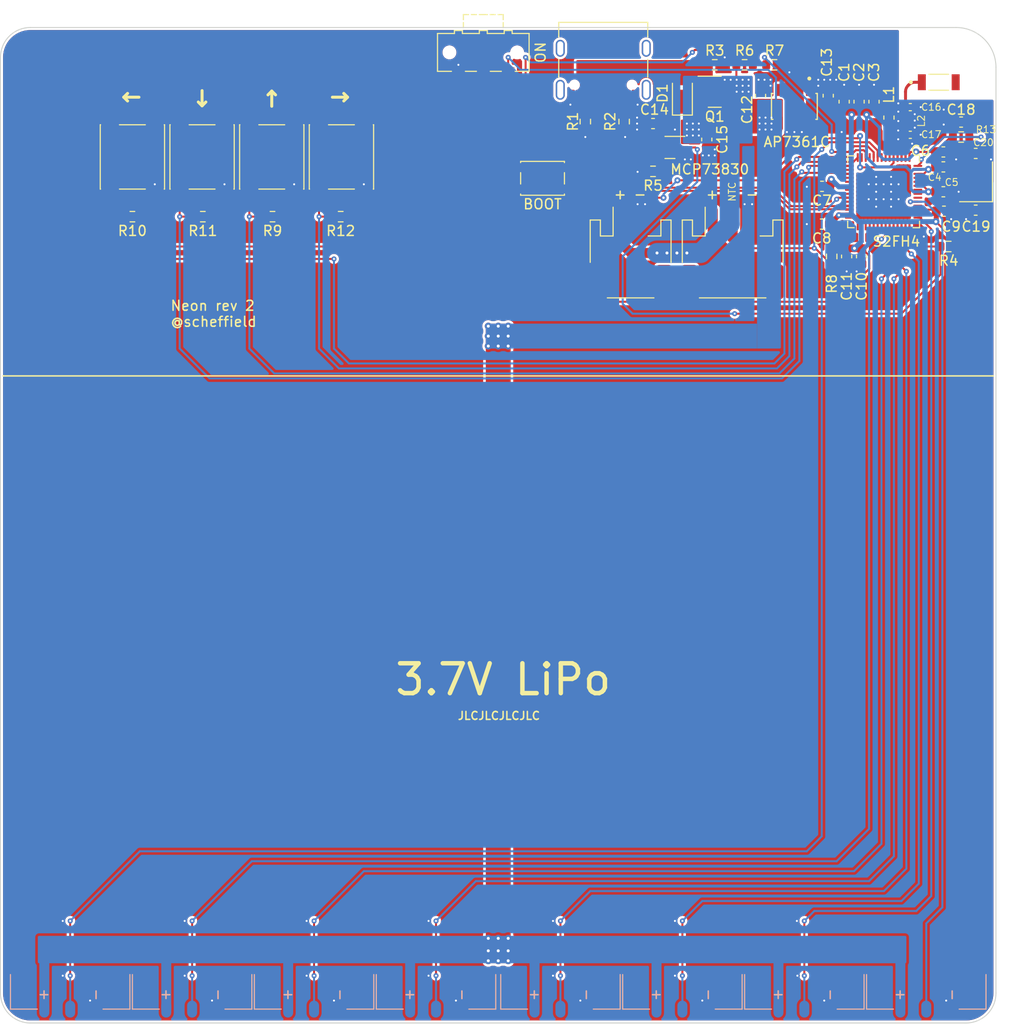
<source format=kicad_pcb>
(kicad_pcb (version 20211014) (generator pcbnew)
  (layers (0 "F.Cu" signal) (1 "In1.Cu" power) (2 "In2.Cu" power) (31 "B.Cu" signal) (34 "B.Paste" user) (35 "F.Paste" user) (36 "B.SilkS" user "B.Silkscreen") (37 "F.SilkS" user "F.Silkscreen") (38 "B.Mask" user) (39 "F.Mask" user) (44 "Edge.Cuts" user))
  (net 0 "")
  (net 1 "+3V3")
  (net 2 "GND")
  (net 3 "VD")
  (net 4 "VBUS")
  (net 5 "+BATT")
  (net 6 "Net-(C16-Pad1)")
  (net 7 "Net-(C17-Pad1)")
  (net 8 "Net-(C18-Pad1)")
  (net 9 "Net-(C19-Pad1)")
  (net 10 "Net-(C20-Pad1)")
  (net 12 "Net-(J1-PadB5)")
  (net 13 "/D_CONN+")
  (net 15 "Net-(J1-PadA5)")
  (net 17 "/D_CONN-")
  (net 18 "/NTC")
  (net 19 "/LED_IO_1")
  (net 20 "/VDD3P3")
  (net 21 "/STAT")
  (net 22 "/V_BAT")
  (net 23 "/B_UP")
  (net 24 "/B_RIGHT")
  (net 25 "/B_DOWN")
  (net 26 "/B_LEFT")
  (net 28 "/BOOT")
  (net 32 "/LED_IO_2")
  (net 33 "/LED_IO_3")
  (net 34 "/LED_IO_4")
  (net 35 "/LED_IO_5")
  (net 36 "/LED_IO_6")
  (net 37 "/LED_IO_7")
  (net 38 "/LED_IO_8")
  (net 54 "/EN")
  (net 55 "/PROG")
  (footprint "footprint:SW_SPDT_CK-JS102011SAQN" (layer "F.Cu") (at 163.75 39.25 180)
    (fp_text reference "SW1" hide)
    (fp_text value "POWER")
  )
  (footprint "footprint:JST_PH_S3B-PH-SM4-TB_1x03-1MP_P2.00mm_Horizontal" (layer "F.Cu") (at 188.8 59.4)
    (fp_text reference "J3" hide)
    (fp_text value "Conn_01x03")
  )
  (footprint "Capacitor_SMD:C_0603_1608Metric" (layer "F.Cu") (at 211.75 46.25 180)
    (fp_text reference "C18")
    (fp_text value "1u")
  )
  (footprint "Resistor_SMD:R_0603_1608Metric" (layer "F.Cu") (at 142.575 55.75 180)
    (fp_text reference "R9")
    (fp_text value "10k")
  )
  (footprint "Resistor_SMD:R_0603_1608Metric" (layer "F.Cu") (at 211.75 47.75)
    (fp_text reference "R13")
    (fp_text value "10k")
  )
  (footprint "Capacitor_SMD:C_0603_1608Metric" (layer "F.Cu") (at 209.965 53.25)
    (fp_text reference "C5")
    (fp_text value "1u")
  )
  (footprint "Capacitor_SMD:C_0603_1608Metric" (layer "F.Cu") (at 180.8 46.4 180)
    (fp_text reference "C14")
    (fp_text value "4.7u")
  )
  (footprint "Capacitor_SMD:C_0603_1608Metric" (layer "F.Cu") (at 213.215 49.4)
    (fp_text reference "C20")
    (fp_text value "18p")
  )
  (footprint "Capacitor_SMD:C_0603_1608Metric" (layer "F.Cu") (at 209.965 49.25)
    (fp_text reference "C6")
    (fp_text value ".1u")
  )
  (footprint "footprint:JST_PH_S2B-PH-SM4-TB_1x02-1MP_P2.00mm_Horizontal" (layer "F.Cu") (at 178.55 59.4)
    (fp_text reference "J2" hide)
    (fp_text value "Conn_01x02")
  )
  (footprint "Capacitor_SMD:C_0603_1608Metric" (layer "F.Cu") (at 198.4 43.6 -90)
    (fp_text reference "C13")
    (fp_text value "10u")
  )
  (footprint "Package_TO_SOT_SMD:SOT-23" (layer "F.Cu") (at 187 43.2)
    (fp_text reference "Q1")
    (fp_text value "DMP2045UQ")
  )
  (footprint "footprint:SW_SPST_PTS815" (layer "F.Cu") (at 169.7 51.9)
    (fp_text reference "SW6" hide)
    (fp_text value "BOOT")
  )
  (footprint "Resistor_SMD:R_0603_1608Metric" (layer "F.Cu") (at 193 40.5)
    (fp_text reference "R7")
    (fp_text value "100k")
  )
  (footprint "Inductor_SMD:L_0402_1005Metric" (layer "F.Cu") (at 206.165 46.14 -90)
    (fp_text reference "L2")
    (fp_text value "0Ohm")
  )
  (footprint "Resistor_SMD:R_0603_1608Metric" (layer "F.Cu") (at 149.425 55.75 180)
    (fp_text reference "R12")
    (fp_text value "10k")
  )
  (footprint "Resistor_SMD:R_0603_1608Metric" (layer "F.Cu") (at 198.75 59.75 -90)
    (fp_text reference "R8")
    (fp_text value "10k")
  )
  (footprint "Button_Switch_SMD:SW_SPST_PTS645" (layer "F.Cu") (at 128.5 49.75 90)
    (fp_text reference "SW3" hide)
    (fp_text value "RIGHT")
  )
  (footprint "Button_Switch_SMD:SW_SPST_PTS645" (layer "F.Cu") (at 149.5 49.75 90)
    (fp_text reference "SW5" hide)
    (fp_text value "LEFT")
  )
  (footprint "Button_Switch_SMD:SW_SPST_PTS645" (layer "F.Cu") (at 142.5 49.75 90)
    (fp_text reference "SW2" hide)
    (fp_text value "DOWN")
  )
  (footprint "Resistor_SMD:R_0603_1608Metric" (layer "F.Cu") (at 180.8 51.2 180)
    (fp_text reference "R5")
    (fp_text value "1k")
  )
  (footprint "Capacitor_SMD:C_0603_1608Metric" (layer "F.Cu") (at 186.2 48 -90)
    (fp_text reference "C15")
    (fp_text value "4.7u")
  )
  (footprint "Capacitor_SMD:C_0603_1608Metric" (layer "F.Cu") (at 191.6 43.6 -90)
    (fp_text reference "C12")
    (fp_text value "10u")
  )
  (footprint "Resistor_SMD:R_0603_1608Metric" (layer "F.Cu") (at 210.5 58.75 180)
    (fp_text reference "R4")
    (fp_text value "10k")
  )
  (footprint "Resistor_SMD:R_0603_1608Metric" (layer "F.Cu") (at 187 40.5)
    (fp_text reference "R3")
    (fp_text value "100k")
  )
  (footprint "Capacitor_SMD:C_0603_1608Metric" (layer "F.Cu") (at 209.965 50.75)
    (fp_text reference "C4")
    (fp_text value "100p")
  )
  (footprint "Diode_SMD:D_PowerDI-123" (layer "F.Cu") (at 183.75 43.35 90)
    (fp_text reference "D1")
    (fp_text value "3A")
  )
  (footprint "Capacitor_SMD:C_0603_1608Metric" (layer "F.Cu") (at 200.25 59.75 -90)
    (fp_text reference "C11")
    (fp_text value "1u")
  )
  (footprint "Capacitor_SMD:C_0603_1608Metric" (layer "F.Cu") (at 201.75 59.75 -90)
    (fp_text reference "C10")
    (fp_text value ".1u")
  )
  (footprint "Capacitor_SMD:C_0402_1005Metric" (layer "F.Cu") (at 206.645 44.75)
    (fp_text reference "C16")
    (fp_text value "TBC")
  )
  (footprint "Capacitor_SMD:C_0603_1608Metric" (layer "F.Cu") (at 197.775 52.705 180)
    (fp_text reference "C7")
    (fp_text value ".1u")
  )
  (footprint "Capacitor_SMD:C_0402_1005Metric" (layer "F.Cu") (at 206.645 47.53)
    (fp_text reference "C17")
    (fp_text value "TBC")
  )
  (footprint "Resistor_SMD:R_0603_1608Metric" (layer "F.Cu") (at 190 40.5)
    (fp_text reference "R6")
    (fp_text value "100k")
  )
  (footprint "footprint:XDCR_2450AT18B100E" (layer "F.Cu") (at 209.5 42.25)
    (fp_text reference "E1" hide)
    (fp_text value "2450AT18B100E")
  )
  (footprint "Capacitor_SMD:C_0603_1608Metric" (layer "F.Cu") (at 203 44.2 90)
    (fp_text reference "C3")
    (fp_text value ".1u")
  )
  (footprint "Capacitor_SMD:C_0603_1608Metric" (layer "F.Cu") (at 197.75 56.5 180)
    (fp_text reference "C8")
    (fp_text value ".1u")
  )
  (footprint "footprint:Crystal_SMD_3225-4Pin_3.2x2.5mm" (layer "F.Cu") (at 213.25 52.25 90)
    (fp_text reference "Y1" hide)
    (fp_text value "40M")
  )
  (footprint "footprint:USB_C_Receptacle_Palconn_UTC16-G" (layer "F.Cu") (at 175.8 41.075 180)
    (fp_text reference "J1" hide)
    (fp_text value "USB_C_Receptacle_USB2.0")
  )
  (footprint "Resistor_SMD:R_0603_1608Metric" (layer "F.Cu") (at 135.575 55.75 180)
    (fp_text reference "R11")
    (fp_text value "10k")
  )
  (footprint "Capacitor_SMD:C_0603_1608Metric" (layer "F.Cu") (at 200 44.2 90)
    (fp_text reference "C1")
    (fp_text value "10u")
  )
  (footprint "Capacitor_SMD:C_0603_1608Metric" (layer "F.Cu") (at 213.215 55.1 180)
    (fp_text reference "C19")
    (fp_text value "18p")
  )
  (footprint "Resistor_SMD:R_0603_1608Metric" (layer "F.Cu") (at 177.9 46.2 -90)
    (fp_text reference "R2")
    (fp_text value "5.1k")
  )
  (footprint "footprint:ESP32-S2" (layer "F.Cu") (at 203.965 53.25 -90)
    (fp_text reference "U3" hide)
    (fp_text value "ESP32_S2")
  )
  (footprint "Capacitor_SMD:C_0603_1608Metric" (layer "F.Cu") (at 201.5 44.2 90)
    (fp_text reference "C2")
    (fp_text value "1u")
  )
  (footprint "Resistor_SMD:R_0603_1608Metric" (layer "F.Cu") (at 128.5 55.75 180)
    (fp_text reference "R10")
    (fp_text value "10k")
  )
  (footprint "Resistor_SMD:R_0603_1608Metric" (layer "F.Cu") (at 174 46.2 -90)
    (fp_text reference "R1")
    (fp_text value "5.1k")
  )
  (footprint "Capacitor_SMD:C_0603_1608Metric" (layer "F.Cu") (at 210.025 55.205)
    (fp_text reference "C9")
    (fp_text value ".1u")
  )
  (footprint "Inductor_SMD:L_0603_1608Metric" (layer "F.Cu") (at 204.5 45.8 -90)
    (fp_text reference "L1")
    (fp_text value "2.2n")
  )
  (footprint "Button_Switch_SMD:SW_SPST_PTS645" (layer "F.Cu") (at 135.5 49.75 90)
    (fp_text reference "SW4" hide)
    (fp_text value "UP")
  )
  (footprint "footprint:TDFN-6-1EP_2x2mm_P0.5mm_EP0.6x1.6mm" (layer "F.Cu") (at 183 48.8 180)
    (fp_text reference "U2" hide)
    (fp_text value "MCP73830")
  )
  (footprint "footprint:CONV_AL8861Y-13_SOT89-5" (layer "F.Cu") (at 195 44.675 -90)
    (fp_text reference "U1" hide)
    (fp_text value "AP7361C-xxY5")
  )
  (footprint "footprint:LED_strip" (layer "B.Cu") (at 183.75 135.358 -90)
    (fp_text reference "J6" hide)
    (fp_text value "LED")
  )
  (footprint "footprint:LED_strip" (layer "B.Cu") (at 134.5 135.358 -90)
    (fp_text reference "J10" hide)
    (fp_text value "LED")
  )
  (footprint "footprint:LED_strip" (layer "B.Cu") (at 146.75 135.358 -90)
    (fp_text reference "J9" hide)
    (fp_text value "LED")
  )
  (footprint "footprint:LED_strip" (layer "B.Cu") (at 159 135.358 -90)
    (fp_text reference "J8" hide)
    (fp_text value "LED")
  )
  (footprint "footprint:LED_strip" (layer "B.Cu") (at 122.25 135.358 -90)
    (fp_text reference "J11" hide)
    (fp_text value "LED")
  )
  (footprint "footprint:LED_strip" (layer "B.Cu") (at 196 135.358 -90)
    (fp_text reference "J5" hide)
    (fp_text value "LED")
  )
  (footprint "footprint:LED_strip" (layer "B.Cu") (at 171.5 135.358 -90)
    (fp_text reference "J7" hide)
    (fp_text value "LED")
  )
  (footprint "footprint:LED_strip" (layer "B.Cu") (at 208.25 135.358 -90)
    (fp_text reference "J4" hide)
    (fp_text value "LED")
  )
  (gr_line (start 115.5 71.75) (end 215 71.75) (layer "F.SilkS") (width 0.15))
  (gr_line (start 118.25 36.75) (end 211.25 36.75) (layer "Edge.Cuts") (width 0.1))
  (gr_line (start 115.25 133.75) (end 115.25 39.75) (layer "Edge.Cuts") (width 0.1))
  (gr_arc (start 118.25 136.75) (mid 116.12868 135.87132) (end 115.25 133.75) (layer "Edge.Cuts") (width 0.1))
  (gr_arc (start 211.25 36.75) (mid 214.078427 37.921573) (end 215.25 40.75) (layer "Edge.Cuts") (width 0.1))
  (gr_arc (start 115.25 39.75) (mid 116.12868 37.62868) (end 118.25 36.75) (layer "Edge.Cuts") (width 0.1))
  (gr_arc (start 215.25 133.75) (mid 214.37132 135.87132) (end 212.25 136.75) (layer "Edge.Cuts") (width 0.1))
  (gr_line (start 215.25 40.75) (end 215.25 133.75) (layer "Edge.Cuts") (width 0.1))
  (gr_line (start 212.25 136.75) (end 118.25 136.75) (layer "Edge.Cuts") (width 0.1))
  (gr_text "+" (at 177.5 53.5) (layer "F.SilkS") (effects (font (size 1 1))))
  (gr_text "-" (at 179.5 53.5) (layer "F.SilkS") (effects (font (size 1 1))))
  (gr_text "-" (at 190.75 53.5) (layer "F.SilkS") (effects (font (size 1 1))))
  (gr_text "↑" (at 128.25 43.75 90) (layer "F.SilkS") (effects (font (size 2 2) (thickness 0.3))))
  (gr_text "Neon rev 2\n@scheffield" (at 132.25 65.5) (layer "F.SilkS") (effects (font (size 1 1)) (justify left)))
  (gr_text "↑" (at 142.5 43.75) (layer "F.SilkS") (effects (font (size 2 2) (thickness 0.3))))
  (gr_text "+" (at 186.75 53.5) (layer "F.SilkS") (effects (font (size 1 1))))
  (gr_text "BOOT" (at 169.7 54.5) (layer "F.SilkS") (effects (font (size 1 1))))
  (gr_text "ON" (at 169.5 39.25 90) (layer "F.SilkS") (effects (font (size 1 1))))
  (gr_text "S2FH4" (at 205.25 58.25) (layer "F.SilkS") (effects (font (size 1 1))))
  (gr_text "↑" (at 149.5 43.75 270) (layer "F.SilkS") (effects (font (size 2 2) (thickness 0.3))))
  (gr_text "3.7V LiPo" (at 165.75 102.25) (layer "F.SilkS") (effects (font (size 3 3) (thickness 0.45))))
  (gr_text "JLCJLCJLCJLC" (at 165.32 105.89) (layer "F.SilkS") (effects (font (size 0.8 0.8))))
  (gr_text "NTC" (at 188.75 53.25 90) (layer "F.SilkS") (effects (font (size 0.7 0.7) (thickness 0.1))))
  (gr_text "AP7361C" (at 195.25 48.25) (layer "F.SilkS") (effects (font (size 1 1))))
  (gr_text "MCP73830" (at 186.5 51) (layer "F.SilkS") (effects (font (size 1 1))))
  (gr_text "↑" (at 135.5 44 180) (layer "F.SilkS") (effects (font (size 2 2) (thickness 0.3))))
  (segment (start 198.75 58.925) (end 200.2 58.925) (width 0.2) (layer "F.Cu") (net 1))
  (segment (start 129.325 57.102127) (end 130.972873 58.75) (width 0.2) (layer "F.Cu") (net 1))
  (segment (start 207.4025 55.05) (end 209.095 55.05) (width 0.2) (layer "F.Cu") (net 1))
  (segment (start 208.465 53.180705) (end 208.465 53.25) (width 0.2) (layer "F.Cu") (net 1))
  (segment (start 209.095 55.05) (end 209.25 55.205) (width 0.2) (layer "F.Cu") (net 1))
  (segment (start 200.275 58.93) (end 201.035 58.93) (width 0.75) (layer "F.Cu") (net 1))
  (segment (start 208.015 51.45) (end 208.465 51) (width 0.2) (layer "F.Cu") (net 1))
  (segment (start 198.55 52.165) (end 198.715 52) (width 0.5) (layer "F.Cu") (net 1))
  (segment (start 202.52452 59.67952) (end 201.775 58.93) (width 0.2) (layer "F.Cu") (net 1))
  (segment (start 208.3895 51) (end 209 51) (width 0.3) (layer "F.Cu") (net 1))
  (segment (start 143.4 55.75) (end 143.4 57.9) (width 0.2) (layer "F.Cu") (net 1))
  (segment (start 209.25 53.25) (end 208.465 53.25) (width 0.3) (layer "F.Cu") (net 1))
  (segment (start 199.20048 64.29952) (end 202.52452 60.97548) (width 0.2) (layer "F.Cu") (net 1))
  (segment (start 150.25 57.25) (end 151.75 58.75) (width 0.2) (layer "F.Cu") (net 1))
  (segment (start 201.035 58.93) (end 201.775 58.93) (width 0.75) (layer "F.Cu") (net 1))
  (segment (start 136.4 55.75) (end 136.4 57.65) (width 0.2) (layer "F.Cu") (net 1))
  (segment (start 129.325 55.75) (end 129.325 57.102127) (width 0.2) (layer "F.Cu") (net 1))
  (segment (start 130.972873 58.75) (end 137.5 58.75) (width 0.2) (layer "F.Cu") (net 1))
  (segment (start 200.2 58.925) (end 200.25 58.975) (width 0.2) (layer "F.Cu") (net 1))
  (segment (start 198.57165 56.5) (end 199.465 55.60665) (width 0.5) (layer "F.Cu") (net 1))
  (segment (start 206.565 49.4) (end 206.715 49.25) (width 0.2) (layer "F.Cu") (net 1))
  (segment (start 199.62165 55.45) (end 199.465 55.60665) (width 0.2) (layer "F.Cu") (net 1))
  (segment (start 198.465 52.62) (end 198.55 52.705) (width 0.5) (layer "F.Cu") (net 1))
  (segment (start 151.75 58.75) (end 155.25 58.75) (width 0.2) (layer "F.Cu") (net 1))
  (segment (start 198.605 52.65) (end 198.55 52.705) (width 0.2) (layer "F.Cu") (net 1))
  (segment (start 201.765 56.6875) (end 201.765 58.92) (width 0.2) (layer "F.Cu") (net 1))
  (segment (start 201.765 58.92) (end 201.775 58.93) (width 0.2) (layer "F.Cu") (net 1))
  (segment (start 210.925 47.75) (end 210.69 47.75) (width 0.2) (layer "F.Cu") (net 1))
  (segment (start 202.52452 60.97548) (end 202.52452 59.67952) (width 0.2) (layer "F.Cu") (net 1))
  (segment (start 143.4 57.9) (end 144.25 58.75) (width 0.2) (layer "F.Cu") (net 1))
  (segment (start 136.4 57.65) (end 137.5 58.75) (width 0.2) (layer "F.Cu") (net 1))
  (segment (start 155.25 58.75) (end 160.79952 64.29952) (width 0.2) (layer "F.Cu") (net 1))
  (segment (start 200.5275 55.45) (end 199.62165 55.45) (width 0.2) (layer "F.Cu") (net 1))
  (segment (start 198.525 56.5) (end 198.57165 56.5) (width 0.5) (layer "F.Cu") (net 1))
  (segment (start 137.5 58.75) (end 144.25 58.75) (width 0.2) (layer "F.Cu") (net 1))
  (segment (start 211.25 58.75) (end 211.25 58.285) (width 0.2) (layer "F.Cu") (net 1))
  (segment (start 210.69 47.75) (end 209.19 49.25) (width 0.2) (layer "F.Cu") (net 1))
  (segment (start 206.715 49.25) (end 207.215 49.25) (width 0.2) (layer "F.Cu") (net 1))
  (segment (start 144.25 58.75) (end 151.75 58.75) (width 0.2) (layer "F.Cu") (net 1))
  (segment (start 209.19 49.25) (end 207.215 49.25) (width 0.2) (layer "F.Cu") (net 1))
  (segment (start 211.25 58.285) (end 209.215 56.25) (width 0.2) (layer "F.Cu") (net 1))
  (segment (start 206.565 49.8125) (end 206.565 49.4) (width 0.2) (layer "F.Cu") (net 1))
  (segment (start 207.4025 51.45) (end 208.015 51.45) (width 0.2) (layer "F.Cu") (net 1))
  (segment (start 198.55 52.705) (end 198.55 52.165) (width 0.5) (layer "F.Cu") (net 1))
  (segment (start 207.934295 52.65) (end 208.465 53.180705) (width 0.2) (layer "F.Cu") (net 1))
  (segment (start 209.25 55.205) (end 209.25 56.215) (width 0.5) (layer "F.Cu") (net 1))
  (segment (start 160.79952 64.29952) (end 199.20048 64.29952) (width 0.2) (layer "F.Cu") (net 1))
  (segment (start 150.25 55.75) (end 150.25 57.25) (width 0.2) (layer "F.Cu") (net 1))
  (segment (start 209.25 56.215) (end 209.215 56.25) (width 0.5) (layer "F.Cu") (net 1))
  (segment (start 209 51) (end 209.25 50.75) (width 0.3) (layer "F.Cu") (net 1))
  (segment (start 207.4025 52.65) (end 207.934295 52.65) (width 0.2) (layer "F.Cu") (net 1))
  (segment (start 200.5275 52.65) (end 198.605 52.65) (width 0.2) (layer "F.Cu") (net 1))
  (via (at 209.215 56.25) (size 0.7) (drill 0.3) (layers "F.Cu" "B.Cu") (net 1))
  (via (at 207.215 49.25) (size 0.7) (drill 0.3) (layers "F.Cu" "B.Cu") (net 1))
  (via (at 208.465 53.25) (size 0.7) (drill 0.3) (layers "F.Cu" "B.Cu") (net 1))
  (via (at 201.035 58.93) (size 0.7) (drill 0.3) (layers "F.Cu" "B.Cu") (net 1))
  (via (at 202.25 45.5) (size 0.7) (drill 0.3) (layers "F.Cu" "B.Cu") (net 1))
  (via (at 199.465 55.60665) (size 0.6) (drill 0.25) (layers "F.Cu" "B.Cu") (net 1))
  (via (at 200.75 45.5) (size 0.7) (drill 0.3) (layers "F.Cu" "B.Cu") (net 1))
  (via (at 198.715 52) (size 0.7) (drill 0.3) (layers "F.Cu" "B.Cu") (net 1))
  (via (at 208.465 51) (size 0.7) (drill 0.3) (layers "F.Cu" "B.Cu") (net 1))
  (segment (start 206.715 51.25) (end 206.965 51) (width 0.3) (layer "B.Cu") (net 1))
  (segment (start 203.536564 46.786564) (end 203.536564 49.571564) (width 0.3) (layer "B.Cu") (net 1))
  (segment (start 206.965 53.25) (end 206.715 53) (width 0.3) (layer "B.Cu") (net 1))
  (segment (start 201.715 56.25) (end 201.715 58.25) (width 0.5) (layer "B.Cu") (net 1))
  (segment (start 206.715 53) (end 206.715 51.25) (width 0.3) (layer "B.Cu") (net 1))
  (segment (start 201.715 56.25) (end 201.465 56.25) (width 0.5) (layer "B.Cu") (net 1))
  (segment (start 202.25 49.785) (end 203.215 50.75) (width 0.3) (layer "B.Cu") (net 1))
  (segment (start 203.965 50) (end 206.465 50) (width 0.3) (layer "B.Cu") (net 1))
  (segment (start 201.715 58.25) (end 201.035 58.93) (width 0.5) (layer "B.Cu") (net 1))
  (segment (start 200.715 52.75) (end 199.465 52.75) (width 0.5) (layer "B.Cu") (net 1))
  (segment (start 206.215 50.75) (end 206.715 51.25) (width 0.3) (layer "B.Cu") (net 1))
  (segment (start 201.1575 55.9425) (end 200.715 55.5) (width 0.5) (layer "B.Cu") (net 1))
  (segment (start 203.215 50.75) (end 206.215 50.75) (width 0.3) (layer "B.Cu") (net 1))
  (segment (start 201.465 56.25) (end 201.1575 55.9425) (width 0.5) (layer "B.Cu") (net 1))
  (segment (start 206.465 50) (end 207.215 49.25) (width 0.3) (layer "B.Cu") (net 1))
  (segment (start 200.75 45.5) (end 200.715 45.535) (width 0.5) (layer "B.Cu") (net 1))
  (segment (start 200.715 45.535) (end 200.715 52.75) (width 0.5) (layer "B.Cu") (net 1))
  (segment (start 198.715 52) (end 199.465 52.75) (width 0.5) (layer "B.Cu") (net 1))
  (segment (start 202.25 45.5) (end 202.25 49.785) (width 0.3) (layer "B.Cu") (net 1))
  (segment (start 206.965 51) (end 208.3895 51) (width 0.3) (layer "B.Cu") (net 1))
  (segment (start 202.25 45.5) (end 203.536564 46.786564) (width 0.3) (layer "B.Cu") (net 1))
  (segment (start 199.465 55.60665) (end 200.82165 55.60665) (width 0.5) (layer "B.Cu") (net 1))
  (segment (start 209.215 56.25) (end 201.715 56.25) (width 0.5) (layer "B.Cu") (net 1))
  (segment (start 208.465 53.25) (end 206.965 53.25) (width 0.3) (layer "B.Cu") (net 1))
  (segment (start 200.82165 55.60665) (end 201.1575 55.9425) (width 0.5) (layer "B.Cu") (net 1))
  (segment (start 203.536564 49.571564) (end 203.965 50) (width 0.3) (layer "B.Cu") (net 1))
  (segment (start 200.715 55.5) (end 200.715 52.75) (width 0.5) (layer "B.Cu") (net 1))
  (via (at 210 45) (size 0.5) (drill 0.2) (layers "F.Cu" "B.Cu") (net 2))
  (via (at 170.75 132) (size 0.5) (drill 0.2) (layers "F.Cu" "B.Cu") (net 2))
  (via (at 208 57.75) (size 0.5) (drill 0.2) (layers "F.Cu" "B.Cu") (net 2))
  (via (at 205.43 47.1) (size 0.5) (drill 0.2) (layers "F.Cu" "B.Cu") (net 2))
  (via (at 151.75 52.5) (size 0.5) (drill 0.2) (layers "F.Cu" "B.Cu") (net 2))
  (via (at 185.8 49.6) (size 0.5) (drill 0.2) (layers "F.Cu" "B.Cu") (net 2))
  (via (at 158.25 126.5) (size 0.5) (drill 0.2) (layers "F.Cu" "B.Cu") (net 2))
  (via (at 184.6 50) (size 0.5) (drill 0.2) (layers "F.Cu" "B.Cu") (net 2))
  (via (at 174 47.75) (size 0.5) (drill 0.2) (layers "F.Cu" "B.Cu") (net 2))
  (via (at 133.75 126.5) (size 0.5) (drill 0.2) (layers "F.Cu" "B.Cu") (net 2))
  (via (at 161.25 40.5) (size 0.5) (drill 0.2) (layers "F.Cu" "B.Cu") (net 2))
  (via (at 178 47.75) (size 0.5) (drill 0.2) (layers "F.Cu" "B.Cu") (net 2))
  (via (at 197.4 42.6) (size 0.5) (drill 0.2) (layers "F.Cu" "B.Cu") (net 2))
  (via (at 201.5 42.5) (size 0.5) (drill 0.2) (layers "F.Cu" "B.Cu") (net 2))
  (via (at 184 50) (size 0.5) (drill 0.2) (layers "F.Cu" "B.Cu") (net 2))
  (via (at 179.2 46.4) (size 0.5) (drill 0.2) (layers "F.Cu" "B.Cu") (net 2))
  (via (at 199.75 47.25) (size 0.5) (drill 0.2) (layers "F.Cu" "B.Cu") (net 2))
  (via (at 183 47) (size 0.5) (drill 0.2) (layers "F.Cu" "B.Cu") (net 2))
  (via (at 195.75 47.25) (size 0.5) (drill 0.2) (layers "F.Cu" "B.Cu") (net 2))
  (via (at 207.09 46.1) (size 0.5) (drill 0.2) (layers "F.Cu" "B.Cu") (net 2))
  (via (at 146 132) (size 0.5) (drill 0.2) (layers "F.Cu" "B.Cu") (net 2))
  (via (at 195 47.25) (size 0.5) (drill 0.2) (layers "F.Cu" "B.Cu") (net 2))
  (via (at 148.75 134.5) (size 0.5) (drill 0.2) (layers "F.Cu" "B.Cu") (net 2))
  (via (at 203 42.5) (size 0.5) (drill 0.2) (layers "F.Cu" "B.Cu") (net 2))
  (via (at 186.4 49.6) (size 0.5) (drill 0.2) (layers "F.Cu" "B.Cu") (net 2))
  (via (at 172.5 44.5) (size 0.5) (drill 0.2) (layers "F.Cu" "B.Cu") (net 2))
  (via (at 214.75 50) (size 0.5) (drill 0.2) (layers "F.Cu" "B.Cu") (net 2))
  (via (at 201.25 61.25) (size 0.5) (drill 0.2) (layers "F.Cu" "B.Cu") (net 2))
  (via (at 161 134.5) (size 0.5) (drill 0.2) (layers "F.Cu" "B.Cu") (net 2))
  (via (at 207.09 46.81) (size 0.5) (drill 0.2) (layers "F.Cu" "B.Cu") (net 2))
  (via (at 194.25 47.25) (size 0.5) (drill 0.2) (layers "F.Cu" "B.Cu") (net 2))
  (via (at 207.68 47.52) (size 0.5) (drill 0.2) (layers "F.Cu" "B.Cu") (net 2))
  (via (at 211.25 50) (size 0.5) (drill 0.2) (layers "F.Cu" "B.Cu") (net 2))
  (via (at 192 42) (size 0.5) (drill 0.2) (layers "F.Cu" "B.Cu") (net 2))
  (via (at 173.5 134.5) (size 0.5) (drill 0.2) (layers "F.Cu" "B.Cu") (net 2))
  (via (at 188 39.75) (size 0.5) (drill 0.2) (layers "F.Cu" "B.Cu") (net 2))
  (via (at 179.2 47) (size 0.5) (drill 0.2) (layers "F.Cu" "B.Cu") (net 2))
  (via (at 206.83 48.42) (size 0.5) (drill 0.2) (layers "F.Cu" "B.Cu") (net 2))
  (via (at 195.300497 132) (size 0.5) (drill 0.2) (layers "F.Cu" "B.Cu") (net 2))
  (via (at 210.25 134.5) (size 0.5) (drill 0.2) (layers "F.Cu" "B.Cu") (net 2))
  (via (at 199.2 42) (size 0.5) (drill 0.2) (layers "F.Cu" "B.Cu") (net 2))
  (via (at 158.25 132) (size 0.5) (drill 0.2) (layers "F.Cu" "B.Cu") (net 2))
  (via (at 198.6 42) (size 0.5) (drill 0.2) (layers "F.Cu" "B.Cu") (net 2))
  (via (at 183 132) (size 0.5) (drill 0.2) (layers "F.Cu" "B.Cu") (net 2))
  (via (at 185.75 134.5) (size 0.5) (drill 0.2) (layers "F.Cu" "B.Cu") (net 2))
  (via (at 198 134.5) (size 0.5) (drill 0.2) (layers "F.Cu" "B.Cu") (net 2))
  (via (at 196.25 52.75) (size 0.5) (drill 0.2) (layers "F.Cu" "B.Cu") (net 2))
  (via (at 210 46.5) (size 0.5) (drill 0.2) (layers "F.Cu" "B.Cu") (net 2))
  (via (at 207.09 45.46) (size 0.5) (drill 0.2) (layers "F.Cu" "B.Cu") (net 2))
  (via (at 179.25 44.5) (size 0.5) (drill 0.2) (layers "F.Cu" "B.Cu") (net 2))
  (via (at 205.44 45.2) (size 0.5) (drill 0.2) (layers "F.Cu" "B.Cu") (net 2))
  (via (at 179.2 45.8) (size 0.5) (drill 0.2) (layers "F.Cu" "B.Cu") (net 2))
  (via (at 194.5 41.25) (size 0.5) (drill 0.2) (layers "F.Cu" "B.Cu") (net 2))
  (via (at 197.4 42) (size 0.5) (drill 0.2) (layers "F.Cu" "B.Cu") (net 2))
  (via (at 130.75 52.5) (size 0.5) (drill 0.2) (layers "F.Cu" "B.Cu") (net 2))
  (via (at 137.75 52.5) (size 0.5) (drill 0.2) (layers "F.Cu" "B.Cu") (net 2))
  (via (at 196.25 56.5) (size 0.5) (drill 0.2) (layers "F.Cu" "B.Cu") (net 2))
  (via (at 187 49.6) (size 0.5) (drill 0.2) (layers "F.Cu" "B.Cu") (net 2))
  (via (at 211.5 53.25) (size 0.5) (drill 0.2) (layers "F.Cu" "B.Cu") (net 2))
  (via (at 198 42) (size 0.5) (drill 0.2) (layers "F.Cu" "B.Cu") (net 2))
  (via (at 170.75 126.5) (size 0.5) (drill 0.2) (layers "F.Cu" "B.Cu") (net 2))
  (via (at 210.75 56) (size 0.5) (drill 0.2) (layers "F.Cu" "B.Cu") (net 2))
  (via (at 124.25 134.5) (size 0.5) (drill 0.2) (layers "F.Cu" "B.Cu") (net 2))
  (via (at 191.4 42) (size 0.5) (drill 0.2) (layers "F.Cu" "B.Cu") (net 2))
  (via (at 144.75 52.5) (size 0.5) (drill 0.2) (layers "F.Cu" "B.Cu") (net 2))
  (via (at 195.25 126.5) (size 0.5) (drill 0.2) (layers "F.Cu" "B.Cu") (net 2))
  (via (at 180 54.5) (size 0.5) (drill 0.2) (layers "F.Cu" "B.Cu") (net 2))
  (via (at 187 49) (size 0.5) (drill 0.2) (layers "F.Cu" "B.Cu") (net 2))
  (via (at 190 54.5) (size 0.5) (drill 0.2) (layers "F.Cu" "B.Cu") (net 2))
  (via (at 179.25 54.5) (size 0.5) (drill 0.2) (layers "F.Cu" "B.Cu") (net 2))
  (via (at 200 42.5) (size 0.5) (drill 0.2) (layers "F.Cu" "B.Cu") (net 2))
  (via (at 121.5 126.5) (size 0.5) (drill 0.2) (layers "F.Cu" "B.Cu") (net 2))
  (via (at 146 126.5) (size 0.5) (drill 0.2) (layers "F.Cu" "B.Cu") (net 2))
  (via (at 183 126.5) (size 0.5) (drill 0.2) (layers "F.Cu" "B.Cu") (net 2))
  (via (at 192.6 42) (size 0.5) (drill 0.2) (layers "F.Cu" "B.Cu") (net 2))
  (via (at 207.69 44.75) (size 0.5) (drill 0.2) (layers "F.Cu" "B.Cu") (net 2))
  (via (at 205.43 47.98) (size 0.5) (drill 0.2) (layers "F.Cu" "B.Cu") (net 2))
  (via (at 205.44 46.15) (size 0.5) (drill 0.2) (layers "F.Cu" "B.Cu") (net 2))
  (via (at 190.75 54.5) (size 0.5) (drill 0.2) (layers "F.Cu" "B.Cu") (net 2))
  (via (at 212.25 56) (size 0.5) (drill 0.2) (layers "F.Cu" "B.Cu") (net 2))
  (via (at 133.75 132) (size 0.5) (drill 0.2) (layers "F.Cu" "B.Cu") (net 2))
  (via (at 205.44 44.37) (size 0.5) (drill 0.2) (layers "F.Cu" "B.Cu") (net 2))
  (via (at 136.5 134.5) (size 0.5) (drill 0.2) (layers "F.Cu" "B.Cu") (net 2))
  (via (at 192.6 42.6) (size 0.5) (drill 0.2) (layers "F.Cu" "B.Cu") (net 2))
  (via (at 121.5 132) (size 0.5) (drill 0.2) (layers "F.Cu" "B.Cu") (net 2))
  (via (at 200.25 61.25) (size 0.5) (drill 0.2) (layers "F.Cu" "B.Cu") (net 2))
  (via (at 179.25 51.25) (size 0.5) (drill 0.2) (layers "F.Cu" "B.Cu") (net 2))
  (segment (start 166.25 39.75) (end 166.25 41.75) (width 0.2) (layer "F.Cu") (net 3))
  (via (at 166.25 129.5) (size 0.7) (drill 0.3) (layers "F.Cu" "B.Cu") (net 3))
  (via (at 164.25 128.25) (size 0.7) (drill 0.3) (layers "F.Cu" "B.Cu") (net 3))
  (via (at 192.1 47) (size 0.5) (drill 0.2) (layers "F.Cu" "B.Cu") (net 3))
  (via (at 164.25 129.5) (size 0.7) (drill 0.3) (layers "F.Cu" "B.Cu") (net 3))
  (via (at 166.25 128.25) (size 0.7) (drill 0.3) (layers "F.Cu" "B.Cu") (net 3))
  (via (at 164.25 68.75) (size 0.7) (drill 0.3) (layers "F.Cu" "B.Cu") (net 3))
  (via (at 164.25 130.5) (size 0.7) (drill 0.3) (layers "F.Cu" "B.Cu") (net 3))
  (via (at 164.25 66.75) (size 0.7) (drill 0.3) (layers "F.Cu" "B.Cu") (net 3))
  (via (at 192.1 46.4) (size 0.5) (drill 0.2) (layers "F.Cu" "B.Cu") (net 3))
  (via (at 191.5 47) (size 0.5) (drill 0.2) (layers "F.Cu" "B.Cu") (net 3))
  (via (at 191.5 46.4) (size 0.5) (drill 0.2) (layers "F.Cu" "B.Cu") (net 3))
  (via (at 164.25 67.75) (size 0.7) (drill 0.3) (layers "F.Cu" "B.Cu") (net 3))
  (via (at 166.25 67.75) (size 0.7) (drill 0.3) (layers "F.Cu" "B.Cu") (net 3))
  (via (at 192.7 47) (size 0.5) (drill 0.2) (layers "F.Cu" "B.Cu") (net 3))
  (via (at 166.25 130.5) (size 0.7) (drill 0.3) (layers "F.Cu" "B.Cu") (net 3))
  (via (at 166.25 66.75) (size 0.7) (drill 0.3) (layers "F.Cu" "B.Cu") (net 3))
  (via (at 165.25 130.5) (size 0.7) (drill 0.3) (layers "F.Cu" "B.Cu") (net 3))
  (via (at 192.7 45.8) (size 0.5) (drill 0.2) (layers "F.Cu" "B.Cu") (net 3))
  (via (at 191.5 45.8) (size 0.5) (drill 0.2) (layers "F.Cu" "B.Cu") (net 3))
  (via (at 192.7 46.4) (size 0.5) (drill 0.2) (layers "F.Cu" "B.Cu") (net 3))
  (via (at 165.25 66.75) (size 0.7) (drill 0.3) (layers "F.Cu" "B.Cu") (net 3))
  (via (at 192.1 45.8) (size 0.5) (drill 0.2) (layers "F.Cu" "B.Cu") (net 3))
  (via (at 166.25 68.75) (size 0.7) (drill 0.3) (layers "F.Cu" "B.Cu") (net 3))
  (via (at 165.25 129.5) (size 0.7) (drill 0.3) (layers "F.Cu" "B.Cu") (net 3))
  (via (at 165.25 67.75) (size 0.7) (drill 0.3) (layers "F.Cu" "B.Cu") (net 3))
  (via (at 165.25 128.25) (size 0.7) (drill 0.3) (layers "F.Cu" "B.Cu") (net 3))
  (via (at 166.25 39.75) (size 0.5) (drill 0.2) (layers "F.Cu" "B.Cu") (net 3))
  (via (at 165.25 68.75) (size 0.7) (drill 0.3) (layers "F.Cu" "B.Cu") (net 3))
  (segment (start 167.5 41) (end 166.25 39.75) (width 0.2) (layer "B.Cu") (net 3))
  (segment (start 193.149511 41.772384) (end 192.377127 41) (width 0.2) (layer "B.Cu") (net 3))
  (segment (start 192.377127 41) (end 167.5 41) (width 0.2) (layer "B.Cu") (net 3))
  (segment (start 181.15 135.358) (end 181.15 129.9) (width 1) (layer "B.Cu") (net 3))
  (segment (start 156.4 135.358) (end 156.4 129.6) (width 1) (layer "B.Cu") (net 3))
  (segment (start 193.4 135.358) (end 193.4 129.9) (width 1) (layer "B.Cu") (net 3))
  (segment (start 192.7 45.8) (end 193.149511 45.350489) (width 0.2) (layer "B.Cu") (net 3))
  (segment (start 119.65 135.358) (end 119.65 129.85) (width 1) (layer "B.Cu") (net 3))
  (segment (start 131.9 135.358) (end 131.9 129.85) (width 1) (layer "B.Cu") (net 3))
  (segment (start 168.9 135.358) (end 168.9 129.65) (width 1) (layer "B.Cu") (net 3))
  (segment (start 205.65 135.358) (end 205.65 129.9) (width 1) (layer "B.Cu") (net 3))
  (segment (start 144.15 135.358) (end 144.15 129.85) (width 1) (layer "B.Cu") (net 3))
  (segment (start 193.149511 45.350489) (end 193.149511 41.772384) (width 0.2) (layer "B.Cu") (net 3))
  (segment (start 186.8 58.2) (end 186.8 56.55) (width 1) (layer "F.Cu") (net 5))
  (segment (start 177.55 56.55) (end 177.55 58.35) (width 1) (layer "F.Cu") (net 5))
  (segment (start 185.6 59.4) (end 186.8 58.2) (width 1) (layer "F.Cu") (net 5))
  (segment (start 189.175 40.5) (end 189.175 41.975) (width 0.2) (layer "F.Cu") (net 5))
  (segment (start 181.2 59.4) (end 181.8 59.4) (width 1) (layer "F.Cu") (net 5))
  (segment (start 189.175 41.975) (end 189.2 42) (width 0.2) (layer "F.Cu") (net 5))
  (segment (start 184.2 59.4) (end 185.6 59.4) (width 1) (layer "F.Cu") (net 5))
  (segment (start 178.6 59.4) (end 181.2 59.4) (width 1) (layer "F.Cu") (net 5))
  (segment (start 181.8 59.4) (end 182.8 59.4) (width 1) (layer "F.Cu") (net 5))
  (segment (start 182.8 59.4) (end 184.2 59.4) (width 1) (layer "F.Cu") (net 5))
  (segment (start 177.55 58.35) (end 178.6 59.4) (width 1) (layer "F.Cu") (net 5))
  (via (at 185.4 47) (size 0.5) (drill 0.2) (layers "F.Cu" "B.Cu") (net 5))
  (via (at 185.4 47.6) (size 0.5) (drill 0.2) (layers "F.Cu" "B.Cu") (net 5))
  (via (at 182.2 59.4) (size 0.7) (drill 0.3) (layers "F.Cu" "B.Cu") (net 5))
  (via (at 188 42) (size 0.5) (drill 0.2) (layers "F.Cu" "B.Cu") (net 5))
  (via (at 188.6 42) (size 0.5) (drill 0.2) (layers "F.Cu" "B.Cu") (net 5))
  (via (at 183.2 59.4) (size 0.7) (drill 0.3) (layers "F.Cu" "B.Cu") (net 5))
  (via (at 184.8 46.4) (size 0.5) (drill 0.2) (layers "F.Cu" "B.Cu") (net 5))
  (via (at 184.2 47.6) (size 0.5) (drill 0.2) (layers "F.Cu" "B.Cu") (net 5))
  (via (at 190.4 42.6) (size 0.5) (drill 0.2) (layers "F.Cu" "B.Cu") (net 5))
  (via (at 189.8 42) (size 0.5) (drill 0.2) (layers "F.Cu" "B.Cu") (net 5))
  (via (at 184.8 47.6) (size 0.5) (drill 0.2) (layers "F.Cu" "B.Cu") (net 5))
  (via (at 189.2 42.6) (size 0.5) (drill 0.2) (layers "F.Cu" "B.Cu") (net 5))
  (via (at 181.2 59.4) (size 0.7) (drill 0.3) (layers "F.Cu" "B.Cu") (net 5))
  (via (at 189.2 42) (size 0.5) (drill 0.2) (layers "F.Cu" "B.Cu") (net 5))
  (via (at 190.4 43.2) (size 0.5) (drill 0.2) (layers "F.Cu" "B.Cu") (net 5))
  (via (at 189.8 42.6) (size 0.5) (drill 0.2) (layers "F.Cu" "B.Cu") (net 5))
  (via (at 190.4 42) (size 0.5) (drill 0.2) (layers "F.Cu" "B.Cu") (net 5))
  (via (at 184.8 47) (size 0.5) (drill 0.2) (layers "F.Cu" "B.Cu") (net 5))
  (via (at 184.2 59.4) (size 0.7) (drill 0.3) (layers "F.Cu" "B.Cu") (net 5))
  (via (at 184.2 46.4) (size 0.5) (drill 0.2) (layers "F.Cu" "B.Cu") (net 5))
  (via (at 189.2 43.2) (size 0.5) (drill 0.2) (layers "F.Cu" "B.Cu") (net 5))
  (via (at 185.4 46.4) (size 0.5) (drill 0.2) (layers "F.Cu" "B.Cu") (net 5))
  (via (at 184.2 47) (size 0.5) (drill 0.2) (layers "F.Cu" "B.Cu") (net 5))
  (via (at 189.8 43.2) (size 0.5) (drill 0.2) (layers "F.Cu" "B.Cu") (net 5))
  (segment (start 185.6 59.4) (end 188.5 56.5) (width 2) (layer "B.Cu") (net 5))
  (segment (start 181.2 59.4) (end 185.6 59.4) (width 2) (layer "B.Cu") (net 5))
  (segment (start 188.5 56.5) (end 188.5 47.45) (width 2) (layer "B.Cu") (net 5))
  (segment (start 206.165 43.207792) (end 206.165 44.75) (width 0.293) (layer "F.Cu") (net 6))
  (segment (start 206.486396 42.513604) (end 206.428604 42.571396) (width 0.293) (layer "F.Cu") (net 6))
  (segment (start 206.165 44.75) (end 206.165 45.655) (width 0.293) (layer "F.Cu") (net 6))
  (segment (start 207.8 42.25) (end 207.122792 42.25) (width 0.293) (layer "F.Cu") (net 6))
  (arc (start 206.428604 42.571396) (mid 206.233509 42.863377) (end 206.165 43.207792) (width 0.293) (layer "F.Cu") (net 6))
  (arc (start 207.122792 42.25) (mid 206.778377 42.318508) (end 206.486396 42.513604) (width 0.293) (layer "F.Cu") (net 6))
  (segment (start 206.165 49.8125) (end 206.165 48.935) (width 0.2) (layer "F.Cu") (net 7))
  (segment (start 206.165 46.625) (end 206.165 47.53) (width 0.293) (layer "F.Cu") (net 7))
  (segment (start 206.165 47.53) (end 206.165 48.935) (width 0.293) (layer "F.Cu") (net 7))
  (segment (start 212.525 47.7) (end 212.575 47.75) (width 0.2) (layer "F.Cu") (net 8))
  (segment (start 213.75 47.75) (end 212.575 47.75) (width 0.2) (layer "F.Cu") (net 8))
  (segment (start 212.525 46.25) (end 212.525 47.7) (width 0.2) (layer "F.Cu") (net 8))
  (segment (start 207.75 50.3025) (end 207.4025 50.65) (width 0.2) (layer "F.Cu") (net 8))
  (segment (start 207.75 50) (end 207.75 50.3025) (width 0.2) (layer "F.Cu") (net 8))
  (via (at 213.75 47.75) (size 0.5) (drill 0.2) (layers "F.Cu" "B.Cu") (net 8))
  (via (at 207.75 50) (size 0.5) (drill 0.2) (layers "F.Cu" "B.Cu") (net 8))
  (segment (start 213.75 47.75) (end 210 47.75) (width 0.2) (layer "B.Cu") (net 8))
  (segment (start 210 47.75) (end 207.75 50) (width 0.2) (layer "B.Cu") (net 8))
  (segment (start 214.05 52.950978) (end 214.05 53.3) (width 0.2) (layer "F.Cu") (net 9))
  (segment (start 213.349022 52.25) (end 214.05 52.950978) (width 0.2) (layer "F.Cu") (net 9))
  (segment (start 213.99 55.25) (end 213.99 53.36) (width 0.2) (layer "F.Cu") (net 9))
  (segment (start 207.4025 52.25) (end 213.349022 52.25) (width 0.2) (layer "F.Cu") (net 9))
  (segment (start 213.99 53.36) (end 214.05 53.3) (width 0.2) (layer "F.Cu") (net 9))
  (segment (start 212.45 49.41) (end 212.44 49.4) (width 0.2) (layer "F.Cu") (net 10))
  (segment (start 211.8 51.85) (end 212.45 51.2) (width 0.2) (layer "F.Cu") (net 10))
  (segment (start 212.45 51.2) (end 212.45 49.41) (width 0.2) (layer "F.Cu") (net 10))
  (segment (start 207.4025 51.85) (end 211.8 51.85) (width 0.2) (layer "F.Cu") (net 10))
  (segment (start 174.05 45.325) (end 174 45.375) (width 0.2) (layer "F.Cu") (net 12))
  (segment (start 174.05 43.585) (end 174.05 45.325) (width 0.2) (layer "F.Cu") (net 12))
  (segment (start 176.14285 50.865094) (end 176.14285 44.547851) (width 0.2) (layer "F.Cu") (net 13))
  (segment (start 176.14285 44.547851) (end 176.05 44.455001) (width 0.2) (layer "F.Cu") (net 13))
  (segment (start 200.5275 55.05) (end 200.48465 55.00715) (width 0.2) (layer "F.Cu") (net 13))
  (segment (start 178.434906 53.15715) (end 176.14285 50.865094) (width 0.2) (layer "F.Cu") (net 13))
  (segment (start 176.05 44.386189) (end 176.05 43.585) (width 0.2) (layer "F.Cu") (net 13))
  (segment (start 192.684906 53.15715) (end 178.434906 53.15715) (width 0.2) (layer "F.Cu") (net 13))
  (segment (start 175.257378 44.45) (end 175.986189 44.45) (width 0.2) (layer "F.Cu") (net 13))
  (segment (start 175.05 44.242622) (end 175.257378 44.45) (width 0.2) (layer "F.Cu") (net 13))
  (segment (start 176.05 44.455001) (end 176.05 43.585) (width 0.2) (layer "F.Cu") (net 13))
  (segment (start 200.48465 55.00715) (end 194.534906 55.00715) (width 0.2) (layer "F.Cu") (net 13))
  (segment (start 194.534906 55.00715) (end 192.684906 53.15715) (width 0.2) (layer "F.Cu") (net 13))
  (segment (start 175.05 43.585) (end 175.05 44.242622) (width 0.2) (layer "F.Cu") (net 13))
  (segment (start 175.986189 44.45) (end 176.05 44.386189) (width 0.2) (layer "F.Cu") (net 13))
  (segment (start 177.9 45.264022) (end 177.9 45.375) (width 0.2) (layer "F.Cu") (net 15))
  (segment (start 177.05 43.585) (end 177.05 44.414022) (width 0.2) (layer "F.Cu") (net 15))
  (segment (start 177.05 44.414022) (end 177.9 45.264022) (width 0.2) (layer "F.Cu") (net 15))
  (segment (start 194.665094 54.69285) (end 192.815094 52.84285) (width 0.2) (layer "F.Cu") (net 17))
  (segment (start 176.413811 42.791189) (end 176.55 42.927378) (width 0.2) (layer "F.Cu") (net 17))
  (segment (start 200.5275 54.65) (end 200.48465 54.69285) (width 0.2) (layer "F.Cu") (net 17))
  (segment (start 178.565094 52.84285) (end 176.45715 50.734906) (width 0.2) (layer "F.Cu") (net 17))
  (segment (start 176.55 42.927378) (end 176.55 43.585) (width 0.2) (layer "F.Cu") (net 17))
  (segment (start 200.48465 54.69285) (end 194.665094 54.69285) (width 0.2) (layer "F.Cu") (net 17))
  (segment (start 175.55 43.585) (end 175.55 42.805) (width 0.2) (layer "F.Cu") (net 17))
  (segment (start 192.815094 52.84285) (end 178.565094 52.84285) (width 0.2) (layer "F.Cu") (net 17))
  (segment (start 175.55 42.805) (end 175.563811 42.791189) (width 0.2) (layer "F.Cu") (net 17))
  (segment (start 176.55 44.455001) (end 176.55 43.585) (width 0.2) (layer "F.Cu") (net 17))
  (segment (start 175.563811 42.791189) (end 176.413811 42.791189) (width 0.2) (layer "F.Cu") (net 17))
  (segment (start 176.45715 50.734906) (end 176.45715 44.547851) (width 0.2) (layer "F.Cu") (net 17))
  (segment (start 176.45715 44.547851) (end 176.55 44.455001) (width 0.2) (layer "F.Cu") (net 17))
  (segment (start 188.8 57.077138) (end 188.8 56.55) (width 0.2) (layer "F.Cu") (net 18))
  (segment (start 197.1 58.925) (end 198.75 60.575) (width 0.2) (layer "F.Cu") (net 18))
  (segment (start 197 58.925) (end 197.1 58.925) (width 0.2) (layer "F.Cu") (net 18))
  (segment (start 197 58.925) (end 190.647862 58.925) (width 0.2) (layer "F.Cu") (net 18))
  (segment (start 203.365 49.8125) (end 203.365 49.115) (width 0.2) (layer "F.Cu") (net 18))
  (segment (start 198.47356 48.27644) (end 197.75 49) (width 0.2) (layer "F.Cu") (net 18))
  (segment (start 202.52644 48.27644) (end 198.47356 48.27644) (width 0.2) (layer "F.Cu") (net 18))
  (segment (start 190.647862 58.925) (end 188.8 57.077138) (width 0.2) (layer "F.Cu") (net 18))
  (segment (start 203.365 49.115) (end 202.52644 48.27644) (width 0.2) (layer "F.Cu") (net 18))
  (via (at 197 58.925) (size 0.5) (drill 0.2) (layers "F.Cu" "B.Cu") (net 18))
  (via (at 197.75 49) (size 0.5) (drill 0.2) (layers "F.Cu" "B.Cu") (net 18))
  (segment (start 197 58.925) (end 197 49.75) (width 0.2) (layer "B.Cu") (net 18))
  (segment (start 197 49.75) (end 197.75 49) (width 0.2) (layer "B.Cu") (net 18))
  (segment (start 207.4025 54.25) (end 206.658629 54.25) (width 0.2) (layer "F.Cu") (net 19))
  (segment (start 206.658629 54.25) (end 206.658584 54.250045) (width 0.2) (layer "F.Cu") (net 19))
  (via (at 206.658584 54.250045) (size 0.5) (drill 0.2) (layers "F.Cu" "B.Cu") (net 19))
  (segment (start 209.864511 55.980963) (end 209.864511 125.135489) (width 0.2) (layer "B.Cu") (net 19))
  (segment (start 208.133593 54.250045) (end 209.864511 55.980963) (width 0.2) (layer "B.Cu") (net 19))
  (segment (start 208.25 126.75) (end 208.25 135.358) (width 0.2) (layer "B.Cu") (net 19))
  (segment (start 209.864511 125.135489) (end 208.25 126.75) (width 0.2) (layer "B.Cu") (net 19))
  (segment (start 206.658584 54.250045) (end 208.133593 54.250045) (width 0.2) (layer "B.Cu") (net 19))
  (segment (start 205.765 49.8125) (end 205.765 49.165) (width 0.2) (layer "F.Cu") (net 20))
  (segment (start 205.365 49.8125) (end 205.365 49.265) (width 0.2) (layer "F.Cu") (net 20))
  (segment (start 204.5 46.5875) (end 204.5 47.9) (width 0.75) (layer "F.Cu") (net 20))
  (segment (start 204.3 48.2) (end 204.3 46.7875) (width 0.2) (layer "F.Cu") (net 20))
  (segment (start 205.765 49.165) (end 204.5 47.9) (width 0.2) (layer "F.Cu") (net 20))
  (segment (start 204.3 46.7875) (end 204.5 46.5875) (width 0.2) (layer "F.Cu") (net 20))
  (segment (start 205.365 49.265) (end 204.3 48.2) (width 0.2) (layer "F.Cu") (net 20))
  (segment (start 209.675 61.575) (end 209.675 58.75) (width 0.2) (layer "F.Cu") (net 21))
  (segment (start 209.6 58.75) (end 206.75 58.75) (width 0.2) (layer "F.Cu") (net 21))
  (segment (start 205.75 65.5) (end 209.675 61.575) (width 0.2) (layer "F.Cu") (net 21))
  (segment (start 185.05 48.8) (end 185.25 49) (width 0.2) (layer "F.Cu") (net 21))
  (segment (start 184.25 48.8) (end 185.05 48.8) (width 0.2) (layer "F.Cu") (net 21))
  (segment (start 206.565 58.565) (end 206.565 56.6875) (width 0.2) (layer "F.Cu") (net 21))
  (segment (start 206.75 58.75) (end 206.565 58.565) (width 0.2) (layer "F.Cu") (net 21))
  (segment (start 189 65.5) (end 205.75 65.5) (width 0.2) (layer "F.Cu") (net 21))
  (via (at 185.25 49) (size 0.5) (drill 0.2) (layers "F.Cu" "B.Cu") (net 21))
  (via (at 189 65.5) (size 0.5) (drill 0.2) (layers "F.Cu" "B.Cu") (net 21))
  (segment (start 185.25 49) (end 185.25 52.25) (width 0.2) (layer "B.Cu") (net 21))
  (segment (start 185.25 52.25) (end 177.75 59.75) (width 0.2) (layer "B.Cu") (net 21))
  (segment (start 177.75 64.5) (end 178.75 65.5) (width 0.2) (layer "B.Cu") (net 21))
  (segment (start 177.75 59.75) (end 177.75 64.5) (width 0.2) (layer "B.Cu") (net 21))
  (segment (start 178.75 65.5) (end 189 65.5) (width 0.2) (layer "B.Cu") (net 21))
  (segment (start 192 39.75) (end 192.175 39.925) (width 0.2) (layer "F.Cu") (net 22))
  (segment (start 198.75 49.2005) (end 198.7995 49.25) (width 0.2) (layer "F.Cu") (net 22))
  (segment (start 202.965 49.280705) (end 202.965 49.8125) (width 0.2) (layer "F.Cu") (net 22))
  (segment (start 192.175 39.925) (end 192.175 40.5) (width 0.2) (layer "F.Cu") (net 22))
  (segment (start 202.360255 48.67596) (end 202.965 49.280705) (width 0.2) (layer "F.Cu") (net 22))
  (segment (start 201.004739 48.67596) (end 202.360255 48.67596) (width 0.2) (layer "F.Cu") (net 22))
  (segment (start 190.825 40.5) (end 192.175 40.5) (width 0.2) (layer "F.Cu") (net 22))
  (segment (start 198.7995 49.25) (end 200.430699 49.25) (width 0.2) (layer "F.Cu") (net 22))
  (segment (start 200.430699 49.25) (end 201.004739 48.67596) (width 0.2) (layer "F.Cu") (net 22))
  (via (at 192 39.75) (size 0.5) (drill 0.2) (layers "F.Cu" "B.Cu") (net 22))
  (via (at 198.75 49.2005) (size 0.5) (drill 0.2) (layers "F.Cu" "B.Cu") (net 22))
  (segment (start 192 39.75) (end 198.75 46.5) (width 0.2) (layer "B.Cu") (net 22))
  (segment (start 198.75 46.5) (end 198.75 49.2005) (width 0.2) (layer "B.Cu") (net 22))
  (segment (start 196.43671 50.7995) (end 196.58621 50.65) (width 0.2) (layer "F.Cu") (net 23))
  (segment (start 196.58621 50.65) (end 200.5275 50.65) (width 0.2) (layer "F.Cu") (net 23))
  (segment (start 133.25 53.73) (end 133.25 55.75) (width 0.2) (layer "F.Cu") (net 23))
  (segment (start 133.25 55.75) (end 134.75 55.75) (width 0.2) (layer "F.Cu") (net 23))
  (via (at 196.43671 50.7995) (size 0.5) (drill 0.2) (layers "F.Cu" "B.Cu") (net 23))
  (via (at 133.25 55.75) (size 0.5) (drill 0.2) (layers "F.Cu" "B.Cu") (net 23))
  (segment (start 136.25 72) (end 133.25 69) (width 0.2) (layer "B.Cu") (net 23))
  (segment (start 195.5 52.26637) (end 195.5 70.25) (width 0.2) (layer "B.Cu") (net 23))
  (segment (start 195.5 70.25) (end 193.75 72) (width 0.2) (layer "B.Cu") (net 23))
  (segment (start 133.25 69) (end 133.25 55.75) (width 0.2) (layer "B.Cu") (net 23))
  (segment (start 193.75 72) (end 136.25 72) (width 0.2) (layer "B.Cu") (net 23))
  (segment (start 196.43671 51.32966) (end 195.5 52.26637) (width 0.2) (layer "B.Cu") (net 23))
  (segment (start 196.43671 50.7995) (end 196.43671 51.32966) (width 0.2) (layer "B.Cu") (net 23))
  (segment (start 202.165 49.280705) (end 202.165 49.8125) (width 0.2) (layer "F.Cu") (net 24))
  (segment (start 126.25 54.325) (end 127.675 55.75) (width 0.2) (layer "F.Cu") (net 24))
  (segment (start 200.495705 49.75) (end 201.170225 49.07548) (width 0.2) (layer "F.Cu") (net 24))
  (segment (start 201.959775 49.07548) (end 202.165 49.280705) (width 0.2) (layer "F.Cu") (net 24))
  (segment (start 195.472888 49.75) (end 200.495705 49.75) (width 0.2) (layer "F.Cu") (net 24))
  (segment (start 127.675 58.925) (end 127.675 55.75) (width 0.2) (layer "F.Cu") (net 24))
  (segment (start 128.75 60) (end 127.675 58.925) (width 0.2) (layer "F.Cu") (net 24))
  (segment (start 195.236444 49.986444) (end 195.472888 49.75) (width 0.2) (layer "F.Cu") (net 24))
  (segment (start 126.25 53.73) (end 126.25 54.325) (width 0.2) (layer "F.Cu") (net 24))
  (segment (start 201.170225 49.07548) (end 201.959775 49.07548) (width 0.2) (layer "F.Cu") (net 24))
  (segment (start 148.75 60) (end 128.75 60) (width 0.2) (layer "F.Cu") (net 24))
  (via (at 148.75 60) (size 0.5) (drill 0.2) (layers "F.Cu" "B.Cu") (net 24))
  (via (at 195.236444 49.986444) (size 0.5) (drill 0.2) (layers "F.Cu" "B.Cu") (net 24))
  (segment (start 148.75 60) (end 148.75 69) (width 0.2) (layer "B.Cu") (net 24))
  (segment (start 150.25 70.5) (end 193 70.5) (width 0.2) (layer "B.Cu") (net 24))
  (segment (start 194 69.5) (end 194 51.222888) (width 0.2) (layer "B.Cu") (net 24))
  (segment (start 193 70.5) (end 194 69.5) (width 0.2) (layer "B.Cu") (net 24))
  (segment (start 148.75 69) (end 150.25 70.5) (width 0.2) (layer "B.Cu") (net 24))
  (segment (start 194 51.222888) (end 195.236444 49.986444) (width 0.2) (layer "B.Cu") (net 24))
  (segment (start 199.49048 51.45) (end 200.5275 51.45) (width 0.2) (layer "F.Cu") (net 25))
  (segment (start 195.744576 51.244667) (end 195.850398 51.350489) (width 0.2) (layer "F.Cu") (net 25))
  (segment (start 195.850398 51.350489) (end 199.390969 51.350489) (width 0.2) (layer "F.Cu") (net 25))
  (segment (start 199.390969 51.350489) (end 199.49048 51.45) (width 0.2) (layer "F.Cu") (net 25))
  (segment (start 140.25 53.73) (end 140.25 55.75) (width 0.2) (layer "F.Cu") (net 25))
  (segment (start 140.25 55.75) (end 141.75 55.75) (width 0.2) (layer "F.Cu") (net 25))
  (via (at 140.25 55.75) (size 0.5) (drill 0.2) (layers "F.Cu" "B.Cu") (net 25))
  (via (at 195.744576 51.244667) (size 0.5) (drill 0.2) (layers "F.Cu" "B.Cu") (net 25))
  (segment (start 195.744576 51.244667) (end 195 51.989243) (width 0.2) (layer "B.Cu") (net 25))
  (segment (start 195 51.989243) (end 195 70) (width 0.2) (layer "B.Cu") (net 25))
  (segment (start 193.5 71.5) (end 142.75 71.5) (width 0.2) (layer "B.Cu") (net 25))
  (segment (start 195 70) (end 193.5 71.5) (width 0.2) (layer "B.Cu") (net 25))
  (segment (start 142.75 71.5) (end 140.25 69) (width 0.2) (layer "B.Cu") (net 25))
  (segment (start 140.25 69) (end 140.25 55.75) (width 0.2) (layer "B.Cu") (net 25))
  (segment (start 200.9275 50.25) (end 201.365 49.8125) (width 0.2) (layer "F.Cu") (net 26))
  (segment (start 147.25 53.73) (end 147.25 55.75) (width 0.2) (layer "F.Cu") (net 26))
  (segment (start 195.25 50.75) (end 195.75 50.25) (width 0.2) (layer "F.Cu") (net 26))
  (segment (start 195.75 50.25) (end 200.9275 50.25) (width 0.2) (layer "F.Cu") (net 26))
  (segment (start 147.25 55.75) (end 148.6 55.75) (width 0.2) (layer "F.Cu") (net 26))
  (via (at 147.25 55.75) (size 0.5) (drill 0.2) (layers "F.Cu" "B.Cu") (net 26))
  (via (at 195.25 50.75) (size 0.5) (drill 0.2) (layers "F.Cu" "B.Cu") (net 26))
  (segment (start 194.5 51.5) (end 195.25 50.75) (width 0.2) (layer "B.Cu") (net 26))
  (segment (start 147.25 69) (end 149.25 71) (width 0.2) (layer "B.Cu") (net 26))
  (segment (start 193.25 71) (end 194.5 69.75) (width 0.2) (layer "B.Cu") (net 26))
  (segment (start 194.5 69.75) (end 194.5 51.5) (width 0.2) (layer "B.Cu") (net 26))
  (segment (start 147.25 55.75) (end 147.25 69) (width 0.2) (layer "B.Cu") (net 26))
  (segment (start 149.25 71) (end 193.25 71) (width 0.2) (layer "B.Cu") (net 26))
  (segment (start 181.85 53.85) (end 174.975 53.85) (width 0.2) (layer "F.Cu") (net 28))
  (segment (start 201.37308 47.87692) (end 196.32308 47.87692) (width 0.2) (layer "F.Cu") (net 28))
  (segment (start 204.965 49.8125) (end 204.965 50.344295) (width 0.2) (layer "F.Cu") (net 28))
  (segment (start 196.32308 47.87692) (end 192.1 52.1) (width 0.2) (layer "F.Cu") (net 28))
  (segment (start 204.509295 50.8) (end 201.6 50.8) (width 0.2) (layer "F.Cu") (net 28))
  (segment (start 201.6 47.65) (end 201.37308 47.87692) (width 0.2) (layer "F.Cu") (net 28))
  (segment (start 192.1 52.1) (end 183.25 52.1) (width 0.2) (layer "F.Cu") (net 28))
  (segment (start 204.965 50.344295) (end 204.509295 50.8) (width 0.2) (layer "F.Cu") (net 28))
  (segment (start 174.975 53.85) (end 171.95 50.825) (width 0.2) (layer "F.Cu") (net 28))
  (via (at 201.6 47.65) (size 0.6) (drill 0.25) (layers "F.Cu" "B.Cu") (net 28))
  (via (at 181.85 53.85) (size 0.6) (drill 0.25) (layers "F.Cu" "B.Cu") (net 28))
  (via (at 201.6 50.8) (size 0.6) (drill 0.25) (layers "F.Cu" "B.Cu") (net 28))
  (via (at 183.25 52.1) (size 0.6) (drill 0.25) (layers "F.Cu" "B.Cu") (net 28))
  (segment (start 201.6 50.8) (end 201.6 47.65) (width 0.2) (layer "B.Cu") (net 28))
  (segment (start 181.85 53.5) (end 181.85 53.85) (width 0.2) (layer "B.Cu") (net 28))
  (segment (start 183.25 52.1) (end 181.85 53.5) (width 0.2) (layer "B.Cu") (net 28))
  (segment (start 207.6 55.85) (end 208.75 57) (width 0.2) (layer "F.Cu") (net 32))
  (segment (start 208.75 57) (end 208.75 57.25) (width 0.2) (layer "F.Cu") (net 32))
  (segment (start 196 126.5) (end 196 132) (width 0.2) (layer "F.Cu") (net 32))
  (segment (start 207.4025 55.85) (end 207.6 55.85) (width 0.2) (layer "F.Cu") (net 32))
  (via (at 196 132) (size 0.5) (drill 0.2) (layers "F.Cu" "B.Cu") (net 32))
  (via (at 196 126.5) (size 0.5) (drill 0.2) (layers "F.Cu" "B.Cu") (net 32))
  (via (at 208.75 57.25) (size 0.5) (drill 0.2) (layers "F.Cu" "B.Cu") (net 32))
  (segment (start 196 132) (end 196 135.358) (width 0.2) (layer "B.Cu") (net 32))
  (segment (start 197 125.5) (end 196 126.5) (width 0.2) (layer "B.Cu") (net 32))
  (segment (start 208.75 124) (end 207.5 125.25) (width 0.2) (layer "B.Cu") (net 32))
  (segment (start 207.5 125.25) (end 207.25 125.5) (width 0.2) (layer "B.Cu") (net 32))
  (segment (start 208.75 57.25) (end 208.75 124) (width 0.2) (layer "B.Cu") (net 32))
  (segment (start 207.25 125.5) (end 197 125.5) (width 0.2) (layer "B.Cu") (net 32))
  (segment (start 206.75 59.5) (end 206.165 58.915) (width 0.2) (layer "F.Cu") (net 33))
  (segment (start 206.165 58.915) (end 206.165 56.6875) (width 0.2) (layer "F.Cu") (net 33))
  (segment (start 183.75 126.5) (end 183.75 132) (width 0.2) (layer "F.Cu") (net 33))
  (via (at 183.75 132) (size 0.5) (drill 0.2) (layers "F.Cu" "B.Cu") (net 33))
  (via (at 206.75 59.5) (size 0.5) (drill 0.2) (layers "F.Cu" "B.Cu") (net 33))
  (via (at 183.75 126.5) (size 0.5) (drill 0.2) (layers "F.Cu" "B.Cu") (net 33))
  (segment (start 207.5 122.75) (end 205.75 124.5) (width 0.2) (layer "B.Cu") (net 33))
  (segment (start 183.75 132) (end 183.75 135.358) (width 0.2) (layer "B.Cu") (net 33))
  (segment (start 185.75 124.5) (end 183.75 126.5) (width 0.2) (layer "B.Cu") (net 33))
  (segment (start 205.75 124.5) (end 185.75 124.5) (width 0.2) (layer "B.Cu") (net 33))
  (segment (start 207.5 60.25) (end 207.5 122.75) (width 0.2) (layer "B.Cu") (net 33))
  (segment (start 206.75 59.5) (end 207.5 60.25) (width 0.2) (layer "B.Cu") (net 33))
  (segment (start 171.5 126.5) (end 171.5 132) (width 0.2) (layer "F.Cu") (net 34))
  (segment (start 205.765 60.765) (end 206.25 61.25) (width 0.2) (layer "F.Cu") (net 34))
  (segment (start 205.765 56.6875) (end 205.765 60.765) (width 0.2) (layer "F.Cu") (net 34))
  (via (at 206.25 61.25) (size 0.5) (drill 0.2) (layers "F.Cu" "B.Cu") (net 34))
  (via (at 171.5 126.5) (size 0.5) (drill 0.2) (layers "F.Cu" "B.Cu") (net 34))
  (via (at 171.5 132) (size 0.5) (drill 0.2) (layers "F.Cu" "B.Cu") (net 34))
  (segment (start 204 123.5) (end 174.5 123.5) (width 0.2) (layer "B.Cu") (net 34))
  (segment (start 206.25 121.25) (end 204 123.5) (width 0.2) (layer "B.Cu") (net 34))
  (segment (start 171.5 135.358) (end 171.5 132) (width 0.2) (layer "B.Cu") (net 34))
  (segment (start 174.5 123.5) (end 171.5 126.5) (width 0.2) (layer "B.Cu") (net 34))
  (segment (start 206.25 61.25) (end 206.25 121.25) (width 0.2) (layer "B.Cu") (net 34))
  (segment (start 159 126.5) (end 159 132) (width 0.2) (layer "F.Cu") (net 35))
  (segment (start 205.365 56.6875) (end 205.365 61.635) (width 0.2) (layer "F.Cu") (net 35))
  (segment (start 205.365 61.635) (end 205 62) (width 0.2) (layer "F.Cu") (net 35))
  (via (at 159 132) (size 0.5) (drill 0.2) (layers "F.Cu" "B.Cu") (net 35))
  (via (at 159 126.5) (size 0.5) (drill 0.2) (layers "F.Cu" "B.Cu") (net 35))
  (via (at 205 62) (size 0.5) (drill 0.2) (layers "F.Cu" "B.Cu") (net 35))
  (segment (start 205 120) (end 202.5 122.5) (width 0.2) (layer "B.Cu") (net 35))
  (segment (start 205 62) (end 205 120) (width 0.2) (layer "B.Cu") (net 35))
  (segment (start 159 132) (end 159 135.358) (width 0.2) (layer "B.Cu") (net 35))
  (segment (start 163 122.5) (end 159 126.5) (width 0.2) (layer "B.Cu") (net 35))
  (segment (start 202.5 122.5) (end 163 122.5) (width 0.2) (layer "B.Cu") (net 35))
  (segment (start 204.965 56.6875) (end 204.965 60.785) (width 0.2) (layer "F.Cu") (net 36))
  (segment (start 146.75 126.5) (end 146.75 132) (width 0.2) (layer "F.Cu") (net 36))
  (segment (start 204.965 60.785) (end 203.75 62) (width 0.2) (layer "F.Cu") (net 36))
  (via (at 203.75 62) (size 0.5) (drill 0.2) (layers "F.Cu" "B.Cu") (net 36))
  (via (at 146.75 126.5) (size 0.5) (drill 0.2) (layers "F.Cu" "B.Cu") (net 36))
  (via (at 146.75 132) (size 0.5) (drill 0.2) (layers "F.Cu" "B.Cu") (net 36))
  (segment (start 201 121.5) (end 151.75 121.5) (width 0.2) (layer "B.Cu") (net 36))
  (segment (start 203.75 118.75) (end 201 121.5) (width 0.2) (layer "B.Cu") (net 36))
  (segment (start 203.75 62) (end 203.75 118.75) (width 0.2) (layer "B.Cu") (net 36))
  (segment (start 146.75 132) (end 146.75 135.358) (width 0.2) (layer "B.Cu") (net 36))
  (segment (start 151.75 121.5) (end 146.75 126.5) (width 0.2) (layer "B.Cu") (net 36))
  (segment (start 204.565 57.219295) (end 204.565 56.6875) (width 0.2) (layer "F.Cu") (net 37))
  (segment (start 134.5 132) (end 134.5 126.5) (width 0.2) (layer "F.Cu") (net 37))
  (segment (start 203.75 58) (end 203.784295 58) (width 0.2) (layer "F.Cu") (net 37))
  (segment (start 203.784295 58) (end 204.565 57.219295) (width 0.2) (layer "F.Cu") (net 37))
  (via (at 203.75 58) (size 0.5) (drill 0.2) (layers "F.Cu" "B.Cu") (net 37))
  (via (at 134.5 126.5) (size 0.5) (drill 0.2) (layers "F.Cu" "B.Cu") (net 37))
  (via (at 134.5 132) (size 0.5) (drill 0.2) (layers "F.Cu" "B.Cu") (net 37))
  (segment (start 140.5 120.5) (end 199.25 120.5) (width 0.2) (layer "B.Cu") (net 37))
  (segment (start 134.5 135.358) (end 134.5 132) (width 0.2) (layer "B.Cu") (net 37))
  (segment (start 202.5 117.25) (end 202.5 59.25) (width 0.2) (layer "B.Cu") (net 37))
  (segment (start 199.25 120.5) (end 202.5 117.25) (width 0.2) (layer "B.Cu") (net 37))
  (segment (start 202.5 59.25) (end 203.75 58) (width 0.2) (layer "B.Cu") (net 37))
  (segment (start 134.5 126.5) (end 140.5 120.5) (width 0.2) (layer "B.Cu") (net 37))
  (segment (start 122.25 126.5) (end 122.25 132) (width 0.2) (layer "F.Cu") (net 38))
  (segment (start 199.4 53.85) (end 199.25 54) (width 0.2) (layer "F.Cu") (net 38))
  (segment (start 200.5275 53.85) (end 199.4 53.85) (width 0.2) (layer "F.Cu") (net 38))
  (via (at 199.25 54) (size 0.5) (drill 0.2) (layers "F.Cu" "B.Cu") (net 38))
  (via (at 122.25 126.5) (size 0.5) (drill 0.2) (layers "F.Cu" "B.Cu") (net 38))
  (via (at 122.25 132) (size 0.5) (drill 0.2) (layers "F.Cu" "B.Cu") (net 38))
  (segment (start 196.25 119.5) (end 129.25 119.5) (width 0.2) (layer "B.Cu") (net 38))
  (segment (start 129.25 119.5) (end 122.25 126.5) (width 0.2) (layer "B.Cu") (net 38))
  (segment (start 197.75 55.5) (end 197.75 118) (width 0.2) (layer "B.Cu") (net 38))
  (segment (start 122.25 132) (end 122.25 135.358) (width 0.2) (layer "B.Cu") (net 38))
  (segment (start 197.75 118) (end 196.25 119.5) (width 0.2) (layer "B.Cu") (net 38))
  (segment (start 199.25 54) (end 197.75 55.5) (width 0.2) (layer "B.Cu") (net 38))
  (segment (start 185 39) (end 184.75 39.25) (width 0.2) (layer "F.Cu") (net 54))
  (segment (start 163.75 44.25) (end 163.75 41.75) (width 0.2) (layer "F.Cu") (net 54))
  (segment (start 196.5 43.025) (end 196.5 41.993573) (width 0.2) (layer "F.Cu") (net 54))
  (segment (start 196.5 41.993573) (end 193.506427 39) (width 0.2) (layer "F.Cu") (net 54))
  (segment (start 193.506427 39) (end 185 39) (width 0.2) (layer "F.Cu") (net 54))
  (segment (start 168 44.5) (end 167.25 45.25) (width 0.2) (layer "F.Cu") (net 54))
  (segment (start 167.25 45.25) (end 164.75 45.25) (width 0.2) (layer "F.Cu") (net 54))
  (segment (start 168 39.75) (end 168 44.5) (width 0.2) (layer "F.Cu") (net 54))
  (segment (start 164.75 45.25) (end 163.75 44.25) (width 0.2) (layer "F.Cu") (net 54))
  (via (at 168 39.75) (size 0.5) (drill 0.2) (layers "F.Cu" "B.Cu") (net 54))
  (via (at 184.75 39.25) (size 0.5) (drill 0.2) (layers "F.Cu" "B.Cu") (net 54))
  (segment (start 184.75 39.25) (end 183.75 40.25) (width 0.2) (layer "B.Cu") (net 54))
  (segment (start 168.5 40.25) (end 168 39.75) (width 0.2) (layer "B.Cu") (net 54))
  (segment (start 183.75 40.25) (end 168.5 40.25) (width 0.2) (layer "B.Cu") (net 54))
  (zone (net 5) (net_name "+BATT") (layer "F.Cu") (priority 1) (connect_pads yes (clearance 0.254)) (min_thickness 0.254) (fill yes (thermal_gap 0.508) (thermal_bridge_width 0.508))
    (polygon (pts (xy 190.8 43.6) (xy 187.2 43.6) (xy 187.2 41.6) (xy 190.8 41.6)))
  )
  (zone (net 5) (net_name "+BATT") (layer "F.Cu") (priority 1) (connect_pads yes (clearance 0.2)) (min_thickness 0.2) (fill yes (thermal_gap 0.508) (thermal_bridge_width 0.508))
    (polygon (pts (xy 187 48.1) (xy 186 48.1) (xy 185.5 48.5) (xy 183.6 48.5) (xy 183.6 46) (xy 187 46)))
  )
  (zone (net 4) (net_name "VBUS") (layer "F.Cu") (priority 1) (connect_pads yes (clearance 0.2)) (min_thickness 0.2) (fill yes (thermal_gap 0.508) (thermal_bridge_width 0.508))
    (polygon (pts (xy 182.4 48.5) (xy 180.8 48.5) (xy 180.8 42.55) (xy 182.4 42.55)))
  )
  (zone (net 1) (net_name "+3V3") (layer "F.Cu") (priority 1) (connect_pads yes (clearance 0.254)) (min_thickness 0.254) (fill yes (thermal_gap 0.508) (thermal_bridge_width 0.508))
    (polygon (pts (xy 199.35 47.4) (xy 196 47.4) (xy 196 43.8) (xy 199.35 43.8)))
  )
  (zone (net 4) (net_name "VBUS") (layer "F.Cu") (priority 1) (connect_pads yes (clearance 0.2)) (min_thickness 0.2) (fill yes (thermal_gap 0.508) (thermal_bridge_width 0.508))
    (polygon (pts (xy 186.8 42.55) (xy 178.5 42.55) (xy 178.5 44.15) (xy 173.1 44.15) (xy 173.1 40.02) (xy 186.8 40.02)))
  )
  (zone (net 1) (net_name "+3V3") (layer "F.Cu") (priority 1) (connect_pads yes (clearance 0.254)) (min_thickness 0.254) (fill yes (thermal_gap 0.508) (thermal_bridge_width 0.508))
    (polygon (pts (xy 205.05 45.6) (xy 199.35 45.6) (xy 199.35 44.4) (xy 205.05 44.4)))
  )
  (zone (net 2) (net_name "GND") (layers "F.Cu" "In1.Cu" "In2.Cu" "B.Cu") (connect_pads yes (clearance 0.254)) (min_thickness 0.254) (fill yes (thermal_gap 0.508) (thermal_bridge_width 0.508))
    (polygon (pts (xy 215.25 136.75) (xy 115.25 136.75) (xy 115.25 36.75) (xy 215.25 36.75)))
  )
  (zone (net 3) (net_name "VD") (layer "F.Cu") (priority 1) (connect_pads yes (clearance 0.254)) (min_thickness 0.254) (fill yes (thermal_gap 0.508) (thermal_bridge_width 0.508))
    (polygon (pts (xy 166.5 130.75) (xy 164 130.75) (xy 164 66.5) (xy 166.5 66.5)))
  )
  (zone (net 3) (net_name "VD") (layer "F.Cu") (priority 1) (connect_pads yes (clearance 0.254)) (min_thickness 0.254) (fill yes (thermal_gap 0.508) (thermal_bridge_width 0.508))
    (polygon (pts (xy 193.84 47.4) (xy 187.4 47.4) (xy 187.4 45.4) (xy 183 45.4) (xy 183 43) (xy 186.8 43) (xy 186.8 43.92) (xy 193.84 43.92)))
  )
  (zone (net 0) (net_name "") (layers "F.Cu" "In1.Cu" "In2.Cu" "B.Cu") (connect_pads yes (clearance 0)) (min_thickness 0.254)
    (keepout (tracks allowed) (vias allowed) (pads allowed) (copperpour not_allowed) (footprints allowed))
    (fill (thermal_gap 0.508) (thermal_bridge_width 0.508))
    (polygon (pts (xy 215.25 44) (xy 205.5 44) (xy 205.5 36.75) (xy 215.25 36.75)))
  )
  (zone (net 55) (net_name "/PROG") (layer "F.Cu") (priority 1) (connect_pads yes (clearance 0.2)) (min_thickness 0.2) (fill yes (thermal_gap 0.508) (thermal_bridge_width 0.508))
    (polygon (pts (xy 182.4 51.8) (xy 181 51.8) (xy 181 49.1) (xy 182.4 49.1)))
  )
  (zone (net 3) (net_name "VD") (layer "B.Cu") (priority 1) (connect_pads yes (clearance 0.254)) (min_thickness 0.254) (fill yes (thermal_gap 0.508) (thermal_bridge_width 0.508))
    (polygon (pts (xy 191.25 69) (xy 164 69) (xy 164 66.5) (xy 191.25 66.5)))
  )
  (zone (net 5) (net_name "+BATT") (layer "B.Cu") (priority 1) (connect_pads yes (clearance 0.254)) (min_thickness 0.254) (fill yes (thermal_gap 0.508) (thermal_bridge_width 0.508))
    (polygon (pts (xy 190.8 48.4) (xy 183.8 48.4) (xy 183.8 41.6) (xy 190.8 41.6)))
  )
  (zone (net 3) (net_name "VD") (layer "B.Cu") (priority 1) (connect_pads yes (clearance 0.254)) (min_thickness 0.254) (fill yes (thermal_gap 0.508) (thermal_bridge_width 0.508))
    (polygon (pts (xy 206.25 130.75) (xy 119 130.75) (xy 119 128) (xy 206.25 128)))
  )
  (zone (net 3) (net_name "VD") (layer "B.Cu") (priority 1) (connect_pads yes (clearance 0.254)) (min_thickness 0.254) (fill yes (thermal_gap 0.508) (thermal_bridge_width 0.508))
    (polygon (pts (xy 193.75 69) (xy 191.25 69) (xy 191.25 44) (xy 193.75 44)))
  )
)
</source>
